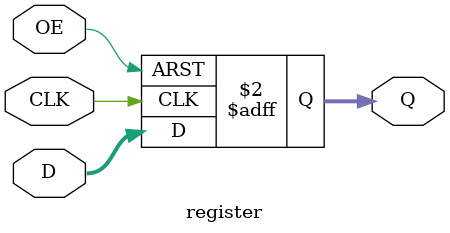
<source format=v>
`timescale 1ns / 1ps


module register(
    Q,D,OE,CLK
    );
    parameter N=8;
    output reg[N-1:0] Q;
    input [N:1] D;
    input OE,CLK;
    
    always @(posedge CLK or posedge OE)
        if (OE) Q<=8'bzzzz_zzzz;
        else Q<=D;
endmodule

</source>
